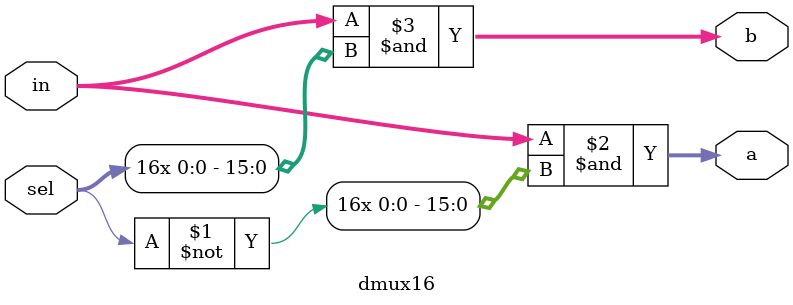
<source format=v>
/* basic dmux that put the input to one of the output channels */
module dmux16(
    input wire [15: 0] in,
    input wire sel,
    output wire [15: 0] a,
    output wire [15: 0] b
);
    assign a = in & {16{~sel}};
    assign b = in & {16{sel}};
endmodule
</source>
